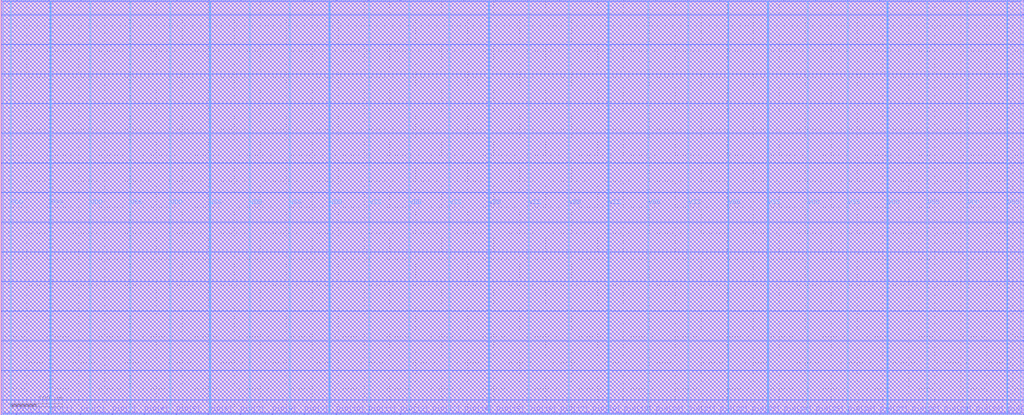
<source format=lef>
VERSION 5.7 ;
  NOWIREEXTENSIONATPIN ON ;
  DIVIDERCHAR "/" ;
  BUSBITCHARS "[]" ;
MACRO RAM256
  CLASS BLOCK ;
  FOREIGN RAM256 ;
  ORIGIN 0.000 0.000 ;
  SIZE 1971.200 BY 799.680 ;
  PIN A0[0]
    DIRECTION INPUT ;
    USE SIGNAL ;
    ANTENNAGATEAREA 1.452000 ;
    ANTENNADIFFAREA 0.820800 ;
    PORT
      LAYER Metal3 ;
        RECT 1969.200 85.120 1971.200 85.680 ;
    END
  END A0[0]
  PIN A0[1]
    DIRECTION INPUT ;
    USE SIGNAL ;
    ANTENNAGATEAREA 1.452000 ;
    ANTENNADIFFAREA 0.820800 ;
    PORT
      LAYER Metal3 ;
        RECT 1969.200 142.240 1971.200 142.800 ;
    END
  END A0[1]
  PIN A0[2]
    DIRECTION INPUT ;
    USE SIGNAL ;
    ANTENNAGATEAREA 1.452000 ;
    ANTENNADIFFAREA 0.820800 ;
    PORT
      LAYER Metal3 ;
        RECT 1969.200 199.360 1971.200 199.920 ;
    END
  END A0[2]
  PIN A0[3]
    DIRECTION INPUT ;
    USE SIGNAL ;
    ANTENNAGATEAREA 1.452000 ;
    ANTENNADIFFAREA 0.820800 ;
    PORT
      LAYER Metal3 ;
        RECT 1969.200 256.480 1971.200 257.040 ;
    END
  END A0[3]
  PIN A0[4]
    DIRECTION INPUT ;
    USE SIGNAL ;
    ANTENNAGATEAREA 1.452000 ;
    ANTENNADIFFAREA 0.820800 ;
    PORT
      LAYER Metal3 ;
        RECT 1969.200 313.600 1971.200 314.160 ;
    END
  END A0[4]
  PIN A0[5]
    DIRECTION INPUT ;
    USE SIGNAL ;
    ANTENNAGATEAREA 1.452000 ;
    ANTENNADIFFAREA 0.820800 ;
    PORT
      LAYER Metal3 ;
        RECT 1969.200 370.720 1971.200 371.280 ;
    END
  END A0[5]
  PIN A0[6]
    DIRECTION INPUT ;
    USE SIGNAL ;
    ANTENNAGATEAREA 1.452000 ;
    ANTENNADIFFAREA 0.820800 ;
    PORT
      LAYER Metal3 ;
        RECT 1969.200 427.840 1971.200 428.400 ;
    END
  END A0[6]
  PIN A0[7]
    DIRECTION INPUT ;
    USE SIGNAL ;
    ANTENNAGATEAREA 6.132000 ;
    PORT
      LAYER Metal3 ;
        RECT 1969.200 484.960 1971.200 485.520 ;
    END
  END A0[7]
  PIN CLK
    DIRECTION INPUT ;
    USE SIGNAL ;
    ANTENNAGATEAREA 2.366000 ;
    ANTENNADIFFAREA 0.820800 ;
    PORT
      LAYER Metal3 ;
        RECT 1969.200 542.080 1971.200 542.640 ;
    END
  END CLK
  PIN Di0[0]
    DIRECTION INPUT ;
    USE SIGNAL ;
    ANTENNAGATEAREA 9.476000 ;
    ANTENNADIFFAREA 0.820800 ;
    PORT
      LAYER Metal2 ;
        RECT 30.240 0.000 30.800 2.000 ;
    END
  END Di0[0]
  PIN Di0[10]
    DIRECTION INPUT ;
    USE SIGNAL ;
    ANTENNAGATEAREA 9.476000 ;
    ANTENNADIFFAREA 0.820800 ;
    PORT
      LAYER Metal2 ;
        RECT 646.240 0.000 646.800 2.000 ;
    END
  END Di0[10]
  PIN Di0[11]
    DIRECTION INPUT ;
    USE SIGNAL ;
    ANTENNAGATEAREA 9.476000 ;
    ANTENNADIFFAREA 0.820800 ;
    PORT
      LAYER Metal2 ;
        RECT 707.840 0.000 708.400 2.000 ;
    END
  END Di0[11]
  PIN Di0[12]
    DIRECTION INPUT ;
    USE SIGNAL ;
    ANTENNAGATEAREA 9.476000 ;
    ANTENNADIFFAREA 0.820800 ;
    PORT
      LAYER Metal2 ;
        RECT 769.440 0.000 770.000 2.000 ;
    END
  END Di0[12]
  PIN Di0[13]
    DIRECTION INPUT ;
    USE SIGNAL ;
    ANTENNAGATEAREA 9.476000 ;
    ANTENNADIFFAREA 0.820800 ;
    PORT
      LAYER Metal2 ;
        RECT 831.040 0.000 831.600 2.000 ;
    END
  END Di0[13]
  PIN Di0[14]
    DIRECTION INPUT ;
    USE SIGNAL ;
    ANTENNAGATEAREA 9.476000 ;
    ANTENNADIFFAREA 0.820800 ;
    PORT
      LAYER Metal2 ;
        RECT 892.640 0.000 893.200 2.000 ;
    END
  END Di0[14]
  PIN Di0[15]
    DIRECTION INPUT ;
    USE SIGNAL ;
    ANTENNAGATEAREA 9.476000 ;
    ANTENNADIFFAREA 0.820800 ;
    PORT
      LAYER Metal2 ;
        RECT 954.240 0.000 954.800 2.000 ;
    END
  END Di0[15]
  PIN Di0[16]
    DIRECTION INPUT ;
    USE SIGNAL ;
    ANTENNAGATEAREA 9.476000 ;
    ANTENNADIFFAREA 0.820800 ;
    PORT
      LAYER Metal2 ;
        RECT 1015.840 0.000 1016.400 2.000 ;
    END
  END Di0[16]
  PIN Di0[17]
    DIRECTION INPUT ;
    USE SIGNAL ;
    ANTENNAGATEAREA 9.476000 ;
    ANTENNADIFFAREA 0.820800 ;
    PORT
      LAYER Metal2 ;
        RECT 1077.440 0.000 1078.000 2.000 ;
    END
  END Di0[17]
  PIN Di0[18]
    DIRECTION INPUT ;
    USE SIGNAL ;
    ANTENNAGATEAREA 9.476000 ;
    ANTENNADIFFAREA 0.820800 ;
    PORT
      LAYER Metal2 ;
        RECT 1139.040 0.000 1139.600 2.000 ;
    END
  END Di0[18]
  PIN Di0[19]
    DIRECTION INPUT ;
    USE SIGNAL ;
    ANTENNAGATEAREA 9.476000 ;
    ANTENNADIFFAREA 0.820800 ;
    PORT
      LAYER Metal2 ;
        RECT 1200.640 0.000 1201.200 2.000 ;
    END
  END Di0[19]
  PIN Di0[1]
    DIRECTION INPUT ;
    USE SIGNAL ;
    ANTENNAGATEAREA 9.476000 ;
    ANTENNADIFFAREA 0.820800 ;
    PORT
      LAYER Metal2 ;
        RECT 91.840 0.000 92.400 2.000 ;
    END
  END Di0[1]
  PIN Di0[20]
    DIRECTION INPUT ;
    USE SIGNAL ;
    ANTENNAGATEAREA 9.476000 ;
    ANTENNADIFFAREA 0.820800 ;
    PORT
      LAYER Metal2 ;
        RECT 1262.240 0.000 1262.800 2.000 ;
    END
  END Di0[20]
  PIN Di0[21]
    DIRECTION INPUT ;
    USE SIGNAL ;
    ANTENNAGATEAREA 9.476000 ;
    ANTENNADIFFAREA 0.820800 ;
    PORT
      LAYER Metal2 ;
        RECT 1323.840 0.000 1324.400 2.000 ;
    END
  END Di0[21]
  PIN Di0[22]
    DIRECTION INPUT ;
    USE SIGNAL ;
    ANTENNAGATEAREA 9.476000 ;
    ANTENNADIFFAREA 0.820800 ;
    PORT
      LAYER Metal2 ;
        RECT 1385.440 0.000 1386.000 2.000 ;
    END
  END Di0[22]
  PIN Di0[23]
    DIRECTION INPUT ;
    USE SIGNAL ;
    ANTENNAGATEAREA 9.476000 ;
    ANTENNADIFFAREA 0.820800 ;
    PORT
      LAYER Metal2 ;
        RECT 1447.040 0.000 1447.600 2.000 ;
    END
  END Di0[23]
  PIN Di0[24]
    DIRECTION INPUT ;
    USE SIGNAL ;
    ANTENNAGATEAREA 9.476000 ;
    ANTENNADIFFAREA 0.820800 ;
    PORT
      LAYER Metal2 ;
        RECT 1508.640 0.000 1509.200 2.000 ;
    END
  END Di0[24]
  PIN Di0[25]
    DIRECTION INPUT ;
    USE SIGNAL ;
    ANTENNAGATEAREA 9.476000 ;
    ANTENNADIFFAREA 0.820800 ;
    PORT
      LAYER Metal2 ;
        RECT 1570.240 0.000 1570.800 2.000 ;
    END
  END Di0[25]
  PIN Di0[26]
    DIRECTION INPUT ;
    USE SIGNAL ;
    ANTENNAGATEAREA 9.476000 ;
    ANTENNADIFFAREA 0.820800 ;
    PORT
      LAYER Metal2 ;
        RECT 1631.840 0.000 1632.400 2.000 ;
    END
  END Di0[26]
  PIN Di0[27]
    DIRECTION INPUT ;
    USE SIGNAL ;
    ANTENNAGATEAREA 9.476000 ;
    ANTENNADIFFAREA 0.820800 ;
    PORT
      LAYER Metal2 ;
        RECT 1693.440 0.000 1694.000 2.000 ;
    END
  END Di0[27]
  PIN Di0[28]
    DIRECTION INPUT ;
    USE SIGNAL ;
    ANTENNAGATEAREA 9.476000 ;
    ANTENNADIFFAREA 0.820800 ;
    PORT
      LAYER Metal2 ;
        RECT 1755.040 0.000 1755.600 2.000 ;
    END
  END Di0[28]
  PIN Di0[29]
    DIRECTION INPUT ;
    USE SIGNAL ;
    ANTENNAGATEAREA 9.476000 ;
    ANTENNADIFFAREA 0.820800 ;
    PORT
      LAYER Metal2 ;
        RECT 1816.640 0.000 1817.200 2.000 ;
    END
  END Di0[29]
  PIN Di0[2]
    DIRECTION INPUT ;
    USE SIGNAL ;
    ANTENNAGATEAREA 9.476000 ;
    ANTENNADIFFAREA 0.820800 ;
    PORT
      LAYER Metal2 ;
        RECT 153.440 0.000 154.000 2.000 ;
    END
  END Di0[2]
  PIN Di0[30]
    DIRECTION INPUT ;
    USE SIGNAL ;
    ANTENNAGATEAREA 9.476000 ;
    ANTENNADIFFAREA 0.820800 ;
    PORT
      LAYER Metal2 ;
        RECT 1878.240 0.000 1878.800 2.000 ;
    END
  END Di0[30]
  PIN Di0[31]
    DIRECTION INPUT ;
    USE SIGNAL ;
    ANTENNAGATEAREA 9.476000 ;
    ANTENNADIFFAREA 0.820800 ;
    PORT
      LAYER Metal2 ;
        RECT 1939.840 0.000 1940.400 2.000 ;
    END
  END Di0[31]
  PIN Di0[3]
    DIRECTION INPUT ;
    USE SIGNAL ;
    ANTENNAGATEAREA 9.476000 ;
    ANTENNADIFFAREA 0.820800 ;
    PORT
      LAYER Metal2 ;
        RECT 215.040 0.000 215.600 2.000 ;
    END
  END Di0[3]
  PIN Di0[4]
    DIRECTION INPUT ;
    USE SIGNAL ;
    ANTENNAGATEAREA 9.476000 ;
    ANTENNADIFFAREA 0.820800 ;
    PORT
      LAYER Metal2 ;
        RECT 276.640 0.000 277.200 2.000 ;
    END
  END Di0[4]
  PIN Di0[5]
    DIRECTION INPUT ;
    USE SIGNAL ;
    ANTENNAGATEAREA 9.476000 ;
    ANTENNADIFFAREA 0.820800 ;
    PORT
      LAYER Metal2 ;
        RECT 338.240 0.000 338.800 2.000 ;
    END
  END Di0[5]
  PIN Di0[6]
    DIRECTION INPUT ;
    USE SIGNAL ;
    ANTENNAGATEAREA 9.476000 ;
    ANTENNADIFFAREA 0.820800 ;
    PORT
      LAYER Metal2 ;
        RECT 399.840 0.000 400.400 2.000 ;
    END
  END Di0[6]
  PIN Di0[7]
    DIRECTION INPUT ;
    USE SIGNAL ;
    ANTENNAGATEAREA 9.476000 ;
    ANTENNADIFFAREA 0.820800 ;
    PORT
      LAYER Metal2 ;
        RECT 461.440 0.000 462.000 2.000 ;
    END
  END Di0[7]
  PIN Di0[8]
    DIRECTION INPUT ;
    USE SIGNAL ;
    ANTENNAGATEAREA 9.476000 ;
    ANTENNADIFFAREA 0.820800 ;
    PORT
      LAYER Metal2 ;
        RECT 523.040 0.000 523.600 2.000 ;
    END
  END Di0[8]
  PIN Di0[9]
    DIRECTION INPUT ;
    USE SIGNAL ;
    ANTENNAGATEAREA 9.476000 ;
    ANTENNADIFFAREA 0.820800 ;
    PORT
      LAYER Metal2 ;
        RECT 584.640 0.000 585.200 2.000 ;
    END
  END Di0[9]
  PIN Do0[0]
    DIRECTION OUTPUT TRISTATE ;
    USE SIGNAL ;
    ANTENNADIFFAREA 0.897600 ;
    PORT
      LAYER Metal2 ;
        RECT 30.240 797.680 30.800 799.680 ;
    END
  END Do0[0]
  PIN Do0[10]
    DIRECTION OUTPUT TRISTATE ;
    USE SIGNAL ;
    ANTENNADIFFAREA 0.897600 ;
    PORT
      LAYER Metal2 ;
        RECT 646.240 797.680 646.800 799.680 ;
    END
  END Do0[10]
  PIN Do0[11]
    DIRECTION OUTPUT TRISTATE ;
    USE SIGNAL ;
    ANTENNADIFFAREA 0.897600 ;
    PORT
      LAYER Metal2 ;
        RECT 707.840 797.680 708.400 799.680 ;
    END
  END Do0[11]
  PIN Do0[12]
    DIRECTION OUTPUT TRISTATE ;
    USE SIGNAL ;
    ANTENNADIFFAREA 0.897600 ;
    PORT
      LAYER Metal2 ;
        RECT 769.440 797.680 770.000 799.680 ;
    END
  END Do0[12]
  PIN Do0[13]
    DIRECTION OUTPUT TRISTATE ;
    USE SIGNAL ;
    ANTENNADIFFAREA 0.897600 ;
    PORT
      LAYER Metal2 ;
        RECT 831.040 797.680 831.600 799.680 ;
    END
  END Do0[13]
  PIN Do0[14]
    DIRECTION OUTPUT TRISTATE ;
    USE SIGNAL ;
    ANTENNADIFFAREA 0.897600 ;
    PORT
      LAYER Metal2 ;
        RECT 892.640 797.680 893.200 799.680 ;
    END
  END Do0[14]
  PIN Do0[15]
    DIRECTION OUTPUT TRISTATE ;
    USE SIGNAL ;
    ANTENNADIFFAREA 0.897600 ;
    PORT
      LAYER Metal2 ;
        RECT 954.240 797.680 954.800 799.680 ;
    END
  END Do0[15]
  PIN Do0[16]
    DIRECTION OUTPUT TRISTATE ;
    USE SIGNAL ;
    ANTENNADIFFAREA 0.897600 ;
    PORT
      LAYER Metal2 ;
        RECT 1015.840 797.680 1016.400 799.680 ;
    END
  END Do0[16]
  PIN Do0[17]
    DIRECTION OUTPUT TRISTATE ;
    USE SIGNAL ;
    ANTENNADIFFAREA 0.897600 ;
    PORT
      LAYER Metal2 ;
        RECT 1077.440 797.680 1078.000 799.680 ;
    END
  END Do0[17]
  PIN Do0[18]
    DIRECTION OUTPUT TRISTATE ;
    USE SIGNAL ;
    ANTENNADIFFAREA 0.897600 ;
    PORT
      LAYER Metal2 ;
        RECT 1139.040 797.680 1139.600 799.680 ;
    END
  END Do0[18]
  PIN Do0[19]
    DIRECTION OUTPUT TRISTATE ;
    USE SIGNAL ;
    ANTENNADIFFAREA 0.897600 ;
    PORT
      LAYER Metal2 ;
        RECT 1200.640 797.680 1201.200 799.680 ;
    END
  END Do0[19]
  PIN Do0[1]
    DIRECTION OUTPUT TRISTATE ;
    USE SIGNAL ;
    ANTENNADIFFAREA 0.897600 ;
    PORT
      LAYER Metal2 ;
        RECT 91.840 797.680 92.400 799.680 ;
    END
  END Do0[1]
  PIN Do0[20]
    DIRECTION OUTPUT TRISTATE ;
    USE SIGNAL ;
    ANTENNADIFFAREA 0.897600 ;
    PORT
      LAYER Metal2 ;
        RECT 1262.240 797.680 1262.800 799.680 ;
    END
  END Do0[20]
  PIN Do0[21]
    DIRECTION OUTPUT TRISTATE ;
    USE SIGNAL ;
    ANTENNADIFFAREA 0.897600 ;
    PORT
      LAYER Metal2 ;
        RECT 1323.840 797.680 1324.400 799.680 ;
    END
  END Do0[21]
  PIN Do0[22]
    DIRECTION OUTPUT TRISTATE ;
    USE SIGNAL ;
    ANTENNADIFFAREA 0.897600 ;
    PORT
      LAYER Metal2 ;
        RECT 1385.440 797.680 1386.000 799.680 ;
    END
  END Do0[22]
  PIN Do0[23]
    DIRECTION OUTPUT TRISTATE ;
    USE SIGNAL ;
    ANTENNADIFFAREA 0.897600 ;
    PORT
      LAYER Metal2 ;
        RECT 1447.040 797.680 1447.600 799.680 ;
    END
  END Do0[23]
  PIN Do0[24]
    DIRECTION OUTPUT TRISTATE ;
    USE SIGNAL ;
    ANTENNADIFFAREA 0.897600 ;
    PORT
      LAYER Metal2 ;
        RECT 1508.640 797.680 1509.200 799.680 ;
    END
  END Do0[24]
  PIN Do0[25]
    DIRECTION OUTPUT TRISTATE ;
    USE SIGNAL ;
    ANTENNADIFFAREA 0.897600 ;
    PORT
      LAYER Metal2 ;
        RECT 1570.240 797.680 1570.800 799.680 ;
    END
  END Do0[25]
  PIN Do0[26]
    DIRECTION OUTPUT TRISTATE ;
    USE SIGNAL ;
    ANTENNADIFFAREA 0.897600 ;
    PORT
      LAYER Metal2 ;
        RECT 1631.840 797.680 1632.400 799.680 ;
    END
  END Do0[26]
  PIN Do0[27]
    DIRECTION OUTPUT TRISTATE ;
    USE SIGNAL ;
    ANTENNADIFFAREA 0.897600 ;
    PORT
      LAYER Metal2 ;
        RECT 1693.440 797.680 1694.000 799.680 ;
    END
  END Do0[27]
  PIN Do0[28]
    DIRECTION OUTPUT TRISTATE ;
    USE SIGNAL ;
    ANTENNADIFFAREA 0.897600 ;
    PORT
      LAYER Metal2 ;
        RECT 1755.040 797.680 1755.600 799.680 ;
    END
  END Do0[28]
  PIN Do0[29]
    DIRECTION OUTPUT TRISTATE ;
    USE SIGNAL ;
    ANTENNADIFFAREA 0.897600 ;
    PORT
      LAYER Metal2 ;
        RECT 1816.640 797.680 1817.200 799.680 ;
    END
  END Do0[29]
  PIN Do0[2]
    DIRECTION OUTPUT TRISTATE ;
    USE SIGNAL ;
    ANTENNADIFFAREA 0.897600 ;
    PORT
      LAYER Metal2 ;
        RECT 153.440 797.680 154.000 799.680 ;
    END
  END Do0[2]
  PIN Do0[30]
    DIRECTION OUTPUT TRISTATE ;
    USE SIGNAL ;
    ANTENNADIFFAREA 0.897600 ;
    PORT
      LAYER Metal2 ;
        RECT 1878.240 797.680 1878.800 799.680 ;
    END
  END Do0[30]
  PIN Do0[31]
    DIRECTION OUTPUT TRISTATE ;
    USE SIGNAL ;
    ANTENNADIFFAREA 0.897600 ;
    PORT
      LAYER Metal2 ;
        RECT 1939.840 797.680 1940.400 799.680 ;
    END
  END Do0[31]
  PIN Do0[3]
    DIRECTION OUTPUT TRISTATE ;
    USE SIGNAL ;
    ANTENNADIFFAREA 0.897600 ;
    PORT
      LAYER Metal2 ;
        RECT 215.040 797.680 215.600 799.680 ;
    END
  END Do0[3]
  PIN Do0[4]
    DIRECTION OUTPUT TRISTATE ;
    USE SIGNAL ;
    ANTENNADIFFAREA 0.897600 ;
    PORT
      LAYER Metal2 ;
        RECT 276.640 797.680 277.200 799.680 ;
    END
  END Do0[4]
  PIN Do0[5]
    DIRECTION OUTPUT TRISTATE ;
    USE SIGNAL ;
    ANTENNADIFFAREA 0.897600 ;
    PORT
      LAYER Metal2 ;
        RECT 338.240 797.680 338.800 799.680 ;
    END
  END Do0[5]
  PIN Do0[6]
    DIRECTION OUTPUT TRISTATE ;
    USE SIGNAL ;
    ANTENNADIFFAREA 0.897600 ;
    PORT
      LAYER Metal2 ;
        RECT 399.840 797.680 400.400 799.680 ;
    END
  END Do0[6]
  PIN Do0[7]
    DIRECTION OUTPUT TRISTATE ;
    USE SIGNAL ;
    ANTENNADIFFAREA 0.897600 ;
    PORT
      LAYER Metal2 ;
        RECT 461.440 797.680 462.000 799.680 ;
    END
  END Do0[7]
  PIN Do0[8]
    DIRECTION OUTPUT TRISTATE ;
    USE SIGNAL ;
    ANTENNADIFFAREA 0.897600 ;
    PORT
      LAYER Metal2 ;
        RECT 523.040 797.680 523.600 799.680 ;
    END
  END Do0[8]
  PIN Do0[9]
    DIRECTION OUTPUT TRISTATE ;
    USE SIGNAL ;
    ANTENNADIFFAREA 0.897600 ;
    PORT
      LAYER Metal2 ;
        RECT 584.640 797.680 585.200 799.680 ;
    END
  END Do0[9]
  PIN EN0
    DIRECTION INPUT ;
    USE SIGNAL ;
    ANTENNAGATEAREA 2.048000 ;
    PORT
      LAYER Metal3 ;
        RECT 1969.200 28.000 1971.200 28.560 ;
    END
  END EN0
  PIN VDD
    DIRECTION INOUT ;
    USE POWER ;
    PORT
      LAYER Metal4 ;
        RECT 18.320 3.620 19.920 796.060 ;
    END
    PORT
      LAYER Metal4 ;
        RECT 171.920 3.620 173.520 796.060 ;
    END
    PORT
      LAYER Metal4 ;
        RECT 325.520 3.620 327.120 796.060 ;
    END
    PORT
      LAYER Metal4 ;
        RECT 479.120 3.620 480.720 796.060 ;
    END
    PORT
      LAYER Metal4 ;
        RECT 632.720 3.620 634.320 796.060 ;
    END
    PORT
      LAYER Metal4 ;
        RECT 786.320 3.620 787.920 796.060 ;
    END
    PORT
      LAYER Metal4 ;
        RECT 939.920 3.620 941.520 796.060 ;
    END
    PORT
      LAYER Metal4 ;
        RECT 1093.520 3.620 1095.120 796.060 ;
    END
    PORT
      LAYER Metal4 ;
        RECT 1247.120 3.620 1248.720 796.060 ;
    END
    PORT
      LAYER Metal4 ;
        RECT 1400.720 3.620 1402.320 796.060 ;
    END
    PORT
      LAYER Metal4 ;
        RECT 1554.320 3.620 1555.920 796.060 ;
    END
    PORT
      LAYER Metal4 ;
        RECT 1707.920 3.620 1709.520 796.060 ;
    END
    PORT
      LAYER Metal4 ;
        RECT 1861.520 3.620 1863.120 796.060 ;
    END
  END VDD
  PIN VSS
    DIRECTION INOUT ;
    USE GROUND ;
    PORT
      LAYER Metal4 ;
        RECT 95.120 3.620 96.720 796.060 ;
    END
    PORT
      LAYER Metal4 ;
        RECT 248.720 3.620 250.320 796.060 ;
    END
    PORT
      LAYER Metal4 ;
        RECT 402.320 3.620 403.920 796.060 ;
    END
    PORT
      LAYER Metal4 ;
        RECT 555.920 3.620 557.520 796.060 ;
    END
    PORT
      LAYER Metal4 ;
        RECT 709.520 3.620 711.120 796.060 ;
    END
    PORT
      LAYER Metal4 ;
        RECT 863.120 3.620 864.720 796.060 ;
    END
    PORT
      LAYER Metal4 ;
        RECT 1016.720 3.620 1018.320 796.060 ;
    END
    PORT
      LAYER Metal4 ;
        RECT 1170.320 3.620 1171.920 796.060 ;
    END
    PORT
      LAYER Metal4 ;
        RECT 1323.920 3.620 1325.520 796.060 ;
    END
    PORT
      LAYER Metal4 ;
        RECT 1477.520 3.620 1479.120 796.060 ;
    END
    PORT
      LAYER Metal4 ;
        RECT 1631.120 3.620 1632.720 796.060 ;
    END
    PORT
      LAYER Metal4 ;
        RECT 1784.720 3.620 1786.320 796.060 ;
    END
    PORT
      LAYER Metal4 ;
        RECT 1938.320 3.620 1939.920 796.060 ;
    END
  END VSS
  PIN WE0[0]
    DIRECTION INPUT ;
    USE SIGNAL ;
    ANTENNAGATEAREA 1.452000 ;
    PORT
      LAYER Metal3 ;
        RECT 1969.200 599.200 1971.200 599.760 ;
    END
  END WE0[0]
  PIN WE0[1]
    DIRECTION INPUT ;
    USE SIGNAL ;
    ANTENNAGATEAREA 1.452000 ;
    PORT
      LAYER Metal3 ;
        RECT 1969.200 656.320 1971.200 656.880 ;
    END
  END WE0[1]
  PIN WE0[2]
    DIRECTION INPUT ;
    USE SIGNAL ;
    ANTENNAGATEAREA 1.452000 ;
    PORT
      LAYER Metal3 ;
        RECT 1969.200 713.440 1971.200 714.000 ;
    END
  END WE0[2]
  PIN WE0[3]
    DIRECTION INPUT ;
    USE SIGNAL ;
    ANTENNAGATEAREA 1.452000 ;
    PORT
      LAYER Metal3 ;
        RECT 1969.200 770.560 1971.200 771.120 ;
    END
  END WE0[3]
  OBS
      LAYER Metal1 ;
        RECT 2.800 3.620 1968.400 796.060 ;
      LAYER Metal2 ;
        RECT 0.700 797.380 29.940 799.590 ;
        RECT 31.100 797.380 91.540 799.590 ;
        RECT 92.700 797.380 153.140 799.590 ;
        RECT 154.300 797.380 214.740 799.590 ;
        RECT 215.900 797.380 276.340 799.590 ;
        RECT 277.500 797.380 337.940 799.590 ;
        RECT 339.100 797.380 399.540 799.590 ;
        RECT 400.700 797.380 461.140 799.590 ;
        RECT 462.300 797.380 522.740 799.590 ;
        RECT 523.900 797.380 584.340 799.590 ;
        RECT 585.500 797.380 645.940 799.590 ;
        RECT 647.100 797.380 707.540 799.590 ;
        RECT 708.700 797.380 769.140 799.590 ;
        RECT 770.300 797.380 830.740 799.590 ;
        RECT 831.900 797.380 892.340 799.590 ;
        RECT 893.500 797.380 953.940 799.590 ;
        RECT 955.100 797.380 1015.540 799.590 ;
        RECT 1016.700 797.380 1077.140 799.590 ;
        RECT 1078.300 797.380 1138.740 799.590 ;
        RECT 1139.900 797.380 1200.340 799.590 ;
        RECT 1201.500 797.380 1261.940 799.590 ;
        RECT 1263.100 797.380 1323.540 799.590 ;
        RECT 1324.700 797.380 1385.140 799.590 ;
        RECT 1386.300 797.380 1446.740 799.590 ;
        RECT 1447.900 797.380 1508.340 799.590 ;
        RECT 1509.500 797.380 1569.940 799.590 ;
        RECT 1571.100 797.380 1631.540 799.590 ;
        RECT 1632.700 797.380 1693.140 799.590 ;
        RECT 1694.300 797.380 1754.740 799.590 ;
        RECT 1755.900 797.380 1816.340 799.590 ;
        RECT 1817.500 797.380 1877.940 799.590 ;
        RECT 1879.100 797.380 1939.540 799.590 ;
        RECT 1940.700 797.380 1971.060 799.590 ;
        RECT 0.700 2.300 1971.060 797.380 ;
        RECT 0.700 0.090 29.940 2.300 ;
        RECT 31.100 0.090 91.540 2.300 ;
        RECT 92.700 0.090 153.140 2.300 ;
        RECT 154.300 0.090 214.740 2.300 ;
        RECT 215.900 0.090 276.340 2.300 ;
        RECT 277.500 0.090 337.940 2.300 ;
        RECT 339.100 0.090 399.540 2.300 ;
        RECT 400.700 0.090 461.140 2.300 ;
        RECT 462.300 0.090 522.740 2.300 ;
        RECT 523.900 0.090 584.340 2.300 ;
        RECT 585.500 0.090 645.940 2.300 ;
        RECT 647.100 0.090 707.540 2.300 ;
        RECT 708.700 0.090 769.140 2.300 ;
        RECT 770.300 0.090 830.740 2.300 ;
        RECT 831.900 0.090 892.340 2.300 ;
        RECT 893.500 0.090 953.940 2.300 ;
        RECT 955.100 0.090 1015.540 2.300 ;
        RECT 1016.700 0.090 1077.140 2.300 ;
        RECT 1078.300 0.090 1138.740 2.300 ;
        RECT 1139.900 0.090 1200.340 2.300 ;
        RECT 1201.500 0.090 1261.940 2.300 ;
        RECT 1263.100 0.090 1323.540 2.300 ;
        RECT 1324.700 0.090 1385.140 2.300 ;
        RECT 1386.300 0.090 1446.740 2.300 ;
        RECT 1447.900 0.090 1508.340 2.300 ;
        RECT 1509.500 0.090 1569.940 2.300 ;
        RECT 1571.100 0.090 1631.540 2.300 ;
        RECT 1632.700 0.090 1693.140 2.300 ;
        RECT 1694.300 0.090 1754.740 2.300 ;
        RECT 1755.900 0.090 1816.340 2.300 ;
        RECT 1817.500 0.090 1877.940 2.300 ;
        RECT 1879.100 0.090 1939.540 2.300 ;
        RECT 1940.700 0.090 1971.060 2.300 ;
      LAYER Metal3 ;
        RECT 0.650 771.420 1971.110 799.540 ;
        RECT 0.650 770.260 1968.900 771.420 ;
        RECT 0.650 714.300 1971.110 770.260 ;
        RECT 0.650 713.140 1968.900 714.300 ;
        RECT 0.650 657.180 1971.110 713.140 ;
        RECT 0.650 656.020 1968.900 657.180 ;
        RECT 0.650 600.060 1971.110 656.020 ;
        RECT 0.650 598.900 1968.900 600.060 ;
        RECT 0.650 542.940 1971.110 598.900 ;
        RECT 0.650 541.780 1968.900 542.940 ;
        RECT 0.650 485.820 1971.110 541.780 ;
        RECT 0.650 484.660 1968.900 485.820 ;
        RECT 0.650 428.700 1971.110 484.660 ;
        RECT 0.650 427.540 1968.900 428.700 ;
        RECT 0.650 371.580 1971.110 427.540 ;
        RECT 0.650 370.420 1968.900 371.580 ;
        RECT 0.650 314.460 1971.110 370.420 ;
        RECT 0.650 313.300 1968.900 314.460 ;
        RECT 0.650 257.340 1971.110 313.300 ;
        RECT 0.650 256.180 1968.900 257.340 ;
        RECT 0.650 200.220 1971.110 256.180 ;
        RECT 0.650 199.060 1968.900 200.220 ;
        RECT 0.650 143.100 1971.110 199.060 ;
        RECT 0.650 141.940 1968.900 143.100 ;
        RECT 0.650 85.980 1971.110 141.940 ;
        RECT 0.650 84.820 1968.900 85.980 ;
        RECT 0.650 28.860 1971.110 84.820 ;
        RECT 0.650 27.700 1968.900 28.860 ;
        RECT 0.650 0.140 1971.110 27.700 ;
      LAYER Metal4 ;
        RECT 5.180 796.360 1965.460 799.590 ;
        RECT 5.180 3.320 18.020 796.360 ;
        RECT 20.220 3.320 94.820 796.360 ;
        RECT 97.020 3.320 171.620 796.360 ;
        RECT 173.820 3.320 248.420 796.360 ;
        RECT 250.620 3.320 325.220 796.360 ;
        RECT 327.420 3.320 402.020 796.360 ;
        RECT 404.220 3.320 478.820 796.360 ;
        RECT 481.020 3.320 555.620 796.360 ;
        RECT 557.820 3.320 632.420 796.360 ;
        RECT 634.620 3.320 709.220 796.360 ;
        RECT 711.420 3.320 786.020 796.360 ;
        RECT 788.220 3.320 862.820 796.360 ;
        RECT 865.020 3.320 939.620 796.360 ;
        RECT 941.820 3.320 1016.420 796.360 ;
        RECT 1018.620 3.320 1093.220 796.360 ;
        RECT 1095.420 3.320 1170.020 796.360 ;
        RECT 1172.220 3.320 1246.820 796.360 ;
        RECT 1249.020 3.320 1323.620 796.360 ;
        RECT 1325.820 3.320 1400.420 796.360 ;
        RECT 1402.620 3.320 1477.220 796.360 ;
        RECT 1479.420 3.320 1554.020 796.360 ;
        RECT 1556.220 3.320 1630.820 796.360 ;
        RECT 1633.020 3.320 1707.620 796.360 ;
        RECT 1709.820 3.320 1784.420 796.360 ;
        RECT 1786.620 3.320 1861.220 796.360 ;
        RECT 1863.420 3.320 1938.020 796.360 ;
        RECT 1940.220 3.320 1965.460 796.360 ;
        RECT 5.180 0.090 1965.460 3.320 ;
  END
END RAM256
END LIBRARY


</source>
